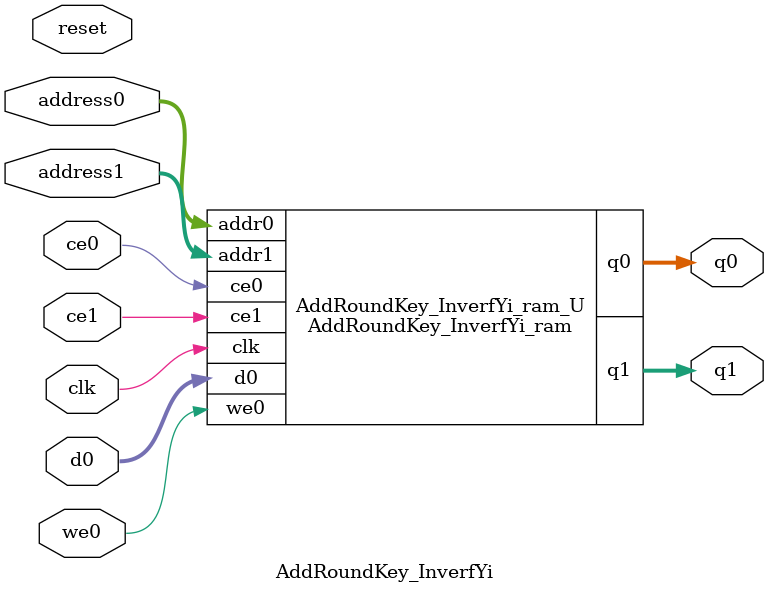
<source format=v>
`timescale 1 ns / 1 ps
module AddRoundKey_InverfYi_ram (addr0, ce0, d0, we0, q0, addr1, ce1, q1,  clk);

parameter DWIDTH = 32;
parameter AWIDTH = 5;
parameter MEM_SIZE = 32;

input[AWIDTH-1:0] addr0;
input ce0;
input[DWIDTH-1:0] d0;
input we0;
output reg[DWIDTH-1:0] q0;
input[AWIDTH-1:0] addr1;
input ce1;
output reg[DWIDTH-1:0] q1;
input clk;

(* ram_style = "block" *)reg [DWIDTH-1:0] ram[0:MEM_SIZE-1];




always @(posedge clk)  
begin 
    if (ce0) 
    begin
        if (we0) 
        begin 
            ram[addr0] <= d0; 
        end 
        q0 <= ram[addr0];
    end
end


always @(posedge clk)  
begin 
    if (ce1) 
    begin
        q1 <= ram[addr1];
    end
end


endmodule

`timescale 1 ns / 1 ps
module AddRoundKey_InverfYi(
    reset,
    clk,
    address0,
    ce0,
    we0,
    d0,
    q0,
    address1,
    ce1,
    q1);

parameter DataWidth = 32'd32;
parameter AddressRange = 32'd32;
parameter AddressWidth = 32'd5;
input reset;
input clk;
input[AddressWidth - 1:0] address0;
input ce0;
input we0;
input[DataWidth - 1:0] d0;
output[DataWidth - 1:0] q0;
input[AddressWidth - 1:0] address1;
input ce1;
output[DataWidth - 1:0] q1;



AddRoundKey_InverfYi_ram AddRoundKey_InverfYi_ram_U(
    .clk( clk ),
    .addr0( address0 ),
    .ce0( ce0 ),
    .we0( we0 ),
    .d0( d0 ),
    .q0( q0 ),
    .addr1( address1 ),
    .ce1( ce1 ),
    .q1( q1 ));

endmodule


</source>
